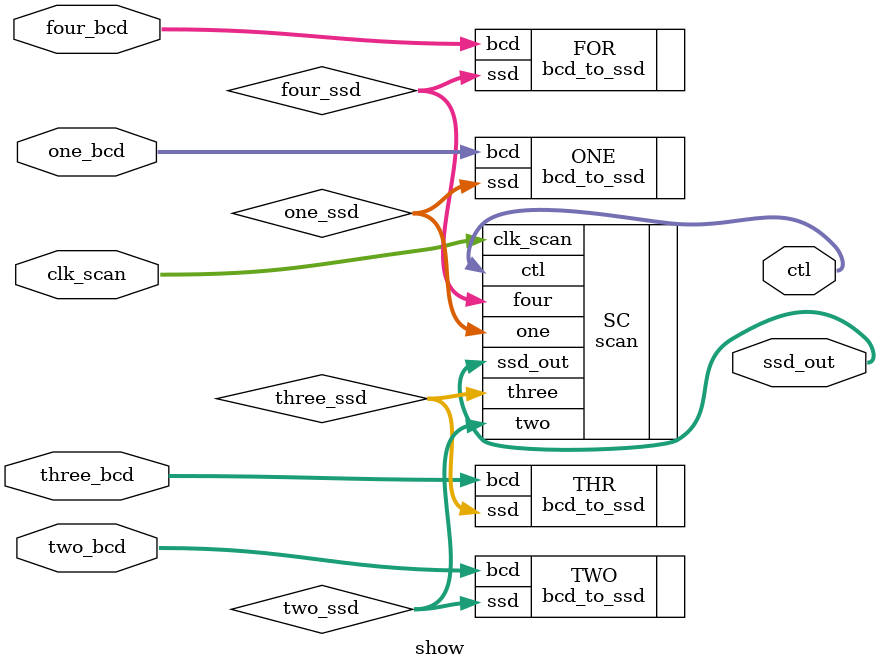
<source format=v>
`timescale 1ns / 1ps

module show( four_bcd, three_bcd, two_bcd, one_bcd, clk_scan, ctl, ssd_out );

input [3:0] four_bcd, three_bcd, two_bcd, one_bcd;
input [1:0] clk_scan;
output [3:0] ctl;
output [7:0] ssd_out;

wire [7:0] four_ssd, three_ssd, two_ssd, one_ssd;

bcd_to_ssd FOR ( .bcd( four_bcd ), .ssd( four_ssd ) );
bcd_to_ssd THR ( .bcd( three_bcd ), .ssd( three_ssd ) );
bcd_to_ssd TWO ( .bcd( two_bcd ), .ssd( two_ssd ) );
bcd_to_ssd ONE ( .bcd( one_bcd ), .ssd( one_ssd ) );

scan SC ( .four( four_ssd ), .three( three_ssd ), .two( two_ssd ), .one( one_ssd ), .clk_scan( clk_scan ), .ctl( ctl ), .ssd_out( ssd_out ) );

endmodule

</source>
